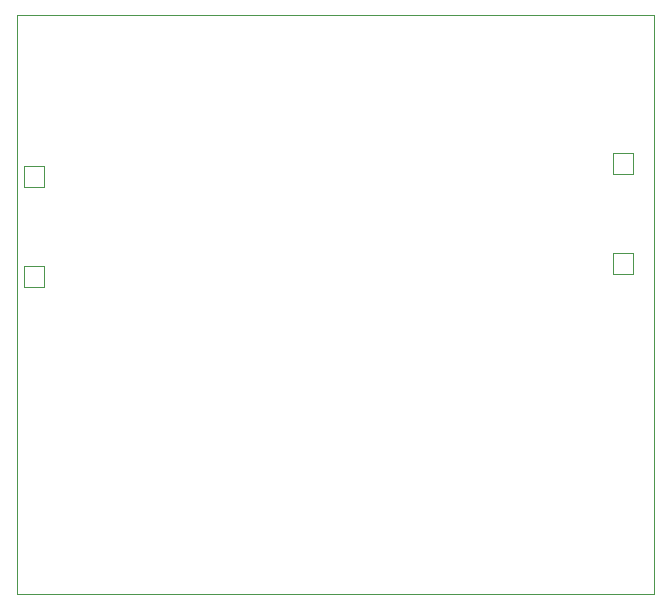
<source format=gbr>
%TF.GenerationSoftware,KiCad,Pcbnew,7.0.1*%
%TF.CreationDate,2023-05-10T23:07:01-04:00*%
%TF.ProjectId,reverb-driver,72657665-7262-42d6-9472-697665722e6b,rev?*%
%TF.SameCoordinates,Original*%
%TF.FileFunction,Profile,NP*%
%FSLAX46Y46*%
G04 Gerber Fmt 4.6, Leading zero omitted, Abs format (unit mm)*
G04 Created by KiCad (PCBNEW 7.0.1) date 2023-05-10 23:07:01*
%MOMM*%
%LPD*%
G01*
G04 APERTURE LIST*
%TA.AperFunction,Profile*%
%ADD10C,0.100000*%
%TD*%
%TA.AperFunction,Profile*%
%ADD11C,0.010000*%
%TD*%
G04 APERTURE END LIST*
D10*
X40500000Y-39400000D02*
X94500000Y-39400000D01*
X94500000Y-88400000D01*
X40500000Y-88400000D01*
X40500000Y-39400000D01*
D11*
%TO.C,J2*%
X90987500Y-51050000D02*
X90987500Y-52850000D01*
X90987500Y-52850000D02*
X92687500Y-52850000D01*
X90987500Y-59550000D02*
X90987500Y-61350000D01*
X90987500Y-61350000D02*
X92687500Y-61350000D01*
X92687500Y-51050000D02*
X90987500Y-51050000D01*
X92687500Y-52850000D02*
X92687500Y-51050000D01*
X92687500Y-59550000D02*
X90987500Y-59550000D01*
X92687500Y-61350000D02*
X92687500Y-59550000D01*
%TO.C,J1*%
X42800000Y-62450000D02*
X42800000Y-60650000D01*
X42800000Y-60650000D02*
X41100000Y-60650000D01*
X42800000Y-53950000D02*
X42800000Y-52150000D01*
X42800000Y-52150000D02*
X41100000Y-52150000D01*
X41100000Y-62450000D02*
X42800000Y-62450000D01*
X41100000Y-60650000D02*
X41100000Y-62450000D01*
X41100000Y-53950000D02*
X42800000Y-53950000D01*
X41100000Y-52150000D02*
X41100000Y-53950000D01*
%TD*%
M02*

</source>
